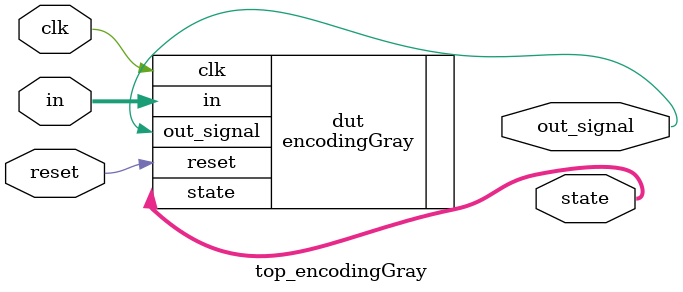
<source format=sv>
module top_encodingGray(
    input  logic       clk,
    input  logic       reset,
    input  logic [1:0] in,
    output logic [4:0] state,
    output logic       out_signal
);

    encodingGray dut(
        .clk(clk),
        .reset(reset),
        .in(in),
        .state(state),
        .out_signal(out_signal)
    );
endmodule

</source>
